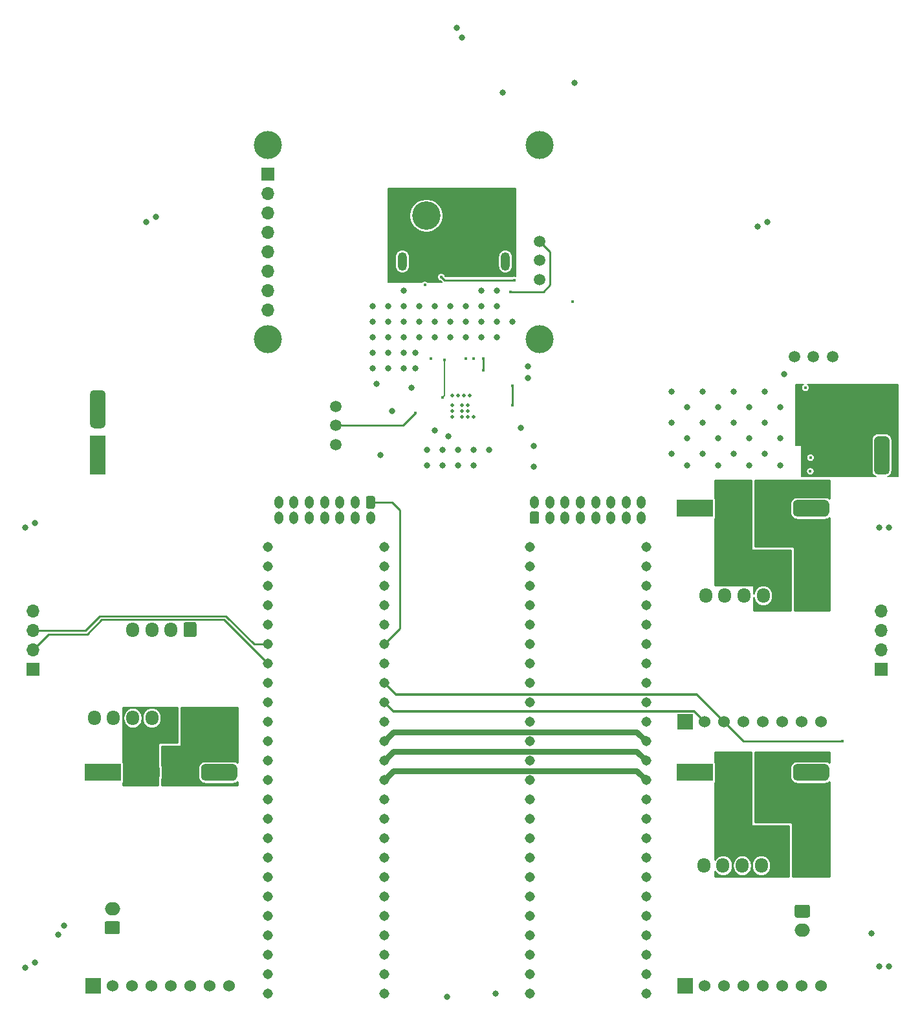
<source format=gbl>
G04 #@! TF.GenerationSoftware,KiCad,Pcbnew,(5.1.12)-1*
G04 #@! TF.CreationDate,2022-02-11T11:39:20+01:00*
G04 #@! TF.ProjectId,Main_Board,4d61696e-5f42-46f6-9172-642e6b696361,rev?*
G04 #@! TF.SameCoordinates,Original*
G04 #@! TF.FileFunction,Copper,L4,Bot*
G04 #@! TF.FilePolarity,Positive*
%FSLAX46Y46*%
G04 Gerber Fmt 4.6, Leading zero omitted, Abs format (unit mm)*
G04 Created by KiCad (PCBNEW (5.1.12)-1) date 2022-02-11 11:39:20*
%MOMM*%
%LPD*%
G01*
G04 APERTURE LIST*
G04 #@! TA.AperFunction,ComponentPad*
%ADD10C,0.500000*%
G04 #@! TD*
G04 #@! TA.AperFunction,ComponentPad*
%ADD11R,2.200000X2.200000*%
G04 #@! TD*
G04 #@! TA.AperFunction,ComponentPad*
%ADD12C,1.524000*%
G04 #@! TD*
G04 #@! TA.AperFunction,ComponentPad*
%ADD13R,2.000000X2.000000*%
G04 #@! TD*
G04 #@! TA.AperFunction,SMDPad,CuDef*
%ADD14R,1.500000X2.200000*%
G04 #@! TD*
G04 #@! TA.AperFunction,ComponentPad*
%ADD15C,1.308000*%
G04 #@! TD*
G04 #@! TA.AperFunction,ComponentPad*
%ADD16O,1.200000X1.650000*%
G04 #@! TD*
G04 #@! TA.AperFunction,ComponentPad*
%ADD17C,3.660000*%
G04 #@! TD*
G04 #@! TA.AperFunction,ComponentPad*
%ADD18O,1.700000X1.700000*%
G04 #@! TD*
G04 #@! TA.AperFunction,ComponentPad*
%ADD19R,1.700000X1.700000*%
G04 #@! TD*
G04 #@! TA.AperFunction,SMDPad,CuDef*
%ADD20R,2.000000X2.500000*%
G04 #@! TD*
G04 #@! TA.AperFunction,SMDPad,CuDef*
%ADD21R,2.000000X2.000000*%
G04 #@! TD*
G04 #@! TA.AperFunction,ComponentPad*
%ADD22O,1.700000X1.950000*%
G04 #@! TD*
G04 #@! TA.AperFunction,ComponentPad*
%ADD23O,2.000000X1.700000*%
G04 #@! TD*
G04 #@! TA.AperFunction,ComponentPad*
%ADD24C,1.500000*%
G04 #@! TD*
G04 #@! TA.AperFunction,ComponentPad*
%ADD25O,1.200000X2.400000*%
G04 #@! TD*
G04 #@! TA.AperFunction,ComponentPad*
%ADD26R,3.716000X3.716000*%
G04 #@! TD*
G04 #@! TA.AperFunction,ComponentPad*
%ADD27C,3.716000*%
G04 #@! TD*
G04 #@! TA.AperFunction,ViaPad*
%ADD28C,0.800000*%
G04 #@! TD*
G04 #@! TA.AperFunction,ViaPad*
%ADD29C,0.400000*%
G04 #@! TD*
G04 #@! TA.AperFunction,Conductor*
%ADD30C,0.500000*%
G04 #@! TD*
G04 #@! TA.AperFunction,Conductor*
%ADD31C,0.250000*%
G04 #@! TD*
G04 #@! TA.AperFunction,Conductor*
%ADD32C,0.127000*%
G04 #@! TD*
G04 #@! TA.AperFunction,Conductor*
%ADD33C,0.750000*%
G04 #@! TD*
G04 #@! TA.AperFunction,Conductor*
%ADD34C,0.300000*%
G04 #@! TD*
G04 #@! TA.AperFunction,Conductor*
%ADD35C,0.100000*%
G04 #@! TD*
G04 #@! TA.AperFunction,Conductor*
%ADD36C,0.254000*%
G04 #@! TD*
G04 APERTURE END LIST*
D10*
X148592000Y-71643000D03*
X149354000Y-71643000D03*
X150116000Y-71643000D03*
X150878000Y-71643000D03*
X148592000Y-72913000D03*
X148592000Y-73675000D03*
X148592000Y-74437000D03*
X149862000Y-72913000D03*
X150624000Y-72913000D03*
X150624000Y-73675000D03*
X149862000Y-73675000D03*
X149862000Y-74437000D03*
X150624000Y-74437000D03*
X151386000Y-74437000D03*
G04 #@! TA.AperFunction,ComponentPad*
G36*
G01*
X196300000Y-119804000D02*
X197400000Y-119804000D01*
G75*
G02*
X197950000Y-120354000I0J-550000D01*
G01*
X197950000Y-121454000D01*
G75*
G02*
X197400000Y-122004000I-550000J0D01*
G01*
X196300000Y-122004000D01*
G75*
G02*
X195750000Y-121454000I0J550000D01*
G01*
X195750000Y-120354000D01*
G75*
G02*
X196300000Y-119804000I550000J0D01*
G01*
G37*
G04 #@! TD.AperFunction*
G04 #@! TA.AperFunction,ComponentPad*
G36*
G01*
X193760000Y-119804000D02*
X194860000Y-119804000D01*
G75*
G02*
X195410000Y-120354000I0J-550000D01*
G01*
X195410000Y-121454000D01*
G75*
G02*
X194860000Y-122004000I-550000J0D01*
G01*
X193760000Y-122004000D01*
G75*
G02*
X193210000Y-121454000I0J550000D01*
G01*
X193210000Y-120354000D01*
G75*
G02*
X193760000Y-119804000I550000J0D01*
G01*
G37*
G04 #@! TD.AperFunction*
G04 #@! TA.AperFunction,ComponentPad*
G36*
G01*
X191220000Y-119804000D02*
X192320000Y-119804000D01*
G75*
G02*
X192870000Y-120354000I0J-550000D01*
G01*
X192870000Y-121454000D01*
G75*
G02*
X192320000Y-122004000I-550000J0D01*
G01*
X191220000Y-122004000D01*
G75*
G02*
X190670000Y-121454000I0J550000D01*
G01*
X190670000Y-120354000D01*
G75*
G02*
X191220000Y-119804000I550000J0D01*
G01*
G37*
G04 #@! TD.AperFunction*
G04 #@! TA.AperFunction,ComponentPad*
G36*
G01*
X188680000Y-119804000D02*
X189780000Y-119804000D01*
G75*
G02*
X190330000Y-120354000I0J-550000D01*
G01*
X190330000Y-121454000D01*
G75*
G02*
X189780000Y-122004000I-550000J0D01*
G01*
X188680000Y-122004000D01*
G75*
G02*
X188130000Y-121454000I0J550000D01*
G01*
X188130000Y-120354000D01*
G75*
G02*
X188680000Y-119804000I550000J0D01*
G01*
G37*
G04 #@! TD.AperFunction*
G04 #@! TA.AperFunction,ComponentPad*
G36*
G01*
X186140000Y-119804000D02*
X187240000Y-119804000D01*
G75*
G02*
X187790000Y-120354000I0J-550000D01*
G01*
X187790000Y-121454000D01*
G75*
G02*
X187240000Y-122004000I-550000J0D01*
G01*
X186140000Y-122004000D01*
G75*
G02*
X185590000Y-121454000I0J550000D01*
G01*
X185590000Y-120354000D01*
G75*
G02*
X186140000Y-119804000I550000J0D01*
G01*
G37*
G04 #@! TD.AperFunction*
G04 #@! TA.AperFunction,ComponentPad*
G36*
G01*
X183600000Y-119804000D02*
X184700000Y-119804000D01*
G75*
G02*
X185250000Y-120354000I0J-550000D01*
G01*
X185250000Y-121454000D01*
G75*
G02*
X184700000Y-122004000I-550000J0D01*
G01*
X183600000Y-122004000D01*
G75*
G02*
X183050000Y-121454000I0J550000D01*
G01*
X183050000Y-120354000D01*
G75*
G02*
X183600000Y-119804000I550000J0D01*
G01*
G37*
G04 #@! TD.AperFunction*
D11*
X181610000Y-120904000D03*
X179070000Y-120904000D03*
D12*
X196850000Y-148844000D03*
X194310000Y-148844000D03*
X191770000Y-148844000D03*
X189230000Y-148844000D03*
X186690000Y-148844000D03*
X184150000Y-148844000D03*
X181610000Y-148844000D03*
D13*
X179070000Y-148844000D03*
D14*
X190500000Y-120904000D03*
X180340000Y-120904000D03*
X195580000Y-120904000D03*
X185420000Y-120904000D03*
D15*
X139700000Y-149860000D03*
X139700000Y-147320000D03*
X124460000Y-114300000D03*
X139700000Y-144780000D03*
X139700000Y-142240000D03*
X139700000Y-139700000D03*
X139700000Y-137160000D03*
X139700000Y-134620000D03*
X139700000Y-132080000D03*
X139700000Y-129540000D03*
X139700000Y-127000000D03*
X139700000Y-124460000D03*
X139700000Y-121920000D03*
X139700000Y-119380000D03*
X139700000Y-116840000D03*
X139700000Y-114300000D03*
X124460000Y-116840000D03*
X124460000Y-119380000D03*
X124460000Y-121920000D03*
X124460000Y-124460000D03*
X124460000Y-127000000D03*
X124460000Y-129540000D03*
X124460000Y-132080000D03*
X124460000Y-134620000D03*
X124460000Y-137160000D03*
X124460000Y-139700000D03*
X124460000Y-142240000D03*
X124460000Y-144780000D03*
X124460000Y-147320000D03*
X124460000Y-149860000D03*
X139700000Y-111760000D03*
X139700000Y-109220000D03*
X139700000Y-106680000D03*
X139700000Y-104140000D03*
X139700000Y-101600000D03*
X139700000Y-99060000D03*
X139700000Y-96520000D03*
X139700000Y-93980000D03*
X139700000Y-91440000D03*
X124460000Y-91440000D03*
X124460000Y-93980000D03*
X124460000Y-96520000D03*
X124460000Y-99060000D03*
X124460000Y-101600000D03*
X124460000Y-104140000D03*
X124460000Y-106680000D03*
X124460000Y-109220000D03*
X124460000Y-111760000D03*
G04 #@! TA.AperFunction,ComponentPad*
G36*
G01*
X158786000Y-88173001D02*
X158786000Y-87022999D01*
G75*
G02*
X159035999Y-86773000I249999J0D01*
G01*
X159736001Y-86773000D01*
G75*
G02*
X159986000Y-87022999I0J-249999D01*
G01*
X159986000Y-88173001D01*
G75*
G02*
X159736001Y-88423000I-249999J0D01*
G01*
X159035999Y-88423000D01*
G75*
G02*
X158786000Y-88173001I0J249999D01*
G01*
G37*
G04 #@! TD.AperFunction*
D16*
X161386000Y-87598000D03*
X163386000Y-87598000D03*
X165386000Y-87598000D03*
X167386000Y-87598000D03*
X169386000Y-87598000D03*
X171386000Y-87598000D03*
X173386000Y-87598000D03*
X159386000Y-85598000D03*
X161386000Y-85598000D03*
X163386000Y-85598000D03*
X165386000Y-85598000D03*
X167386000Y-85598000D03*
X169386000Y-85598000D03*
X171386000Y-85598000D03*
X173386000Y-85598000D03*
D15*
X158750000Y-111760000D03*
X158750000Y-109220000D03*
X158750000Y-106680000D03*
X158750000Y-104140000D03*
X158750000Y-101600000D03*
X158750000Y-99060000D03*
X158750000Y-96520000D03*
X158750000Y-93980000D03*
X158750000Y-91440000D03*
X173990000Y-91440000D03*
X173990000Y-93980000D03*
X173990000Y-96520000D03*
X173990000Y-99060000D03*
X173990000Y-101600000D03*
X173990000Y-104140000D03*
X173990000Y-106680000D03*
X173990000Y-109220000D03*
X173990000Y-111760000D03*
X158750000Y-149860000D03*
X158750000Y-147320000D03*
X158750000Y-144780000D03*
X158750000Y-142240000D03*
X158750000Y-139700000D03*
X158750000Y-137160000D03*
X158750000Y-134620000D03*
X158750000Y-132080000D03*
X158750000Y-129540000D03*
X158750000Y-127000000D03*
X158750000Y-124460000D03*
X158750000Y-121920000D03*
X158750000Y-119380000D03*
X158750000Y-116840000D03*
X173990000Y-114300000D03*
X173990000Y-116840000D03*
X173990000Y-119380000D03*
X173990000Y-121920000D03*
X173990000Y-124460000D03*
X173990000Y-127000000D03*
X173990000Y-129540000D03*
X173990000Y-132080000D03*
X173990000Y-134620000D03*
X173990000Y-137160000D03*
X173990000Y-139700000D03*
X173990000Y-142240000D03*
X173990000Y-144780000D03*
X158750000Y-114300000D03*
X173990000Y-147320000D03*
X173990000Y-149860000D03*
D17*
X160020000Y-64262000D03*
X124460000Y-38862000D03*
X124460000Y-64262000D03*
D18*
X124460000Y-60452000D03*
X124460000Y-57912000D03*
X124460000Y-55372000D03*
X124460000Y-52832000D03*
X124460000Y-50292000D03*
X124460000Y-47752000D03*
X124460000Y-45212000D03*
D19*
X124460000Y-42672000D03*
D17*
X160020000Y-38862000D03*
D13*
X102235000Y-80900000D03*
X102235000Y-77900000D03*
G04 #@! TA.AperFunction,ComponentPad*
G36*
G01*
X101735000Y-73900000D02*
X102735000Y-73900000D01*
G75*
G02*
X103235000Y-74400000I0J-500000D01*
G01*
X103235000Y-75400000D01*
G75*
G02*
X102735000Y-75900000I-500000J0D01*
G01*
X101735000Y-75900000D01*
G75*
G02*
X101235000Y-75400000I0J500000D01*
G01*
X101235000Y-74400000D01*
G75*
G02*
X101735000Y-73900000I500000J0D01*
G01*
G37*
G04 #@! TD.AperFunction*
G04 #@! TA.AperFunction,ComponentPad*
G36*
G01*
X101735000Y-70900000D02*
X102735000Y-70900000D01*
G75*
G02*
X103235000Y-71400000I0J-500000D01*
G01*
X103235000Y-72400000D01*
G75*
G02*
X102735000Y-72900000I-500000J0D01*
G01*
X101735000Y-72900000D01*
G75*
G02*
X101235000Y-72400000I0J500000D01*
G01*
X101235000Y-71400000D01*
G75*
G02*
X101735000Y-70900000I500000J0D01*
G01*
G37*
G04 #@! TD.AperFunction*
D20*
X102235000Y-73280000D03*
D21*
X102235000Y-79376000D03*
X204851000Y-73482200D03*
D20*
X204851000Y-79578200D03*
G04 #@! TA.AperFunction,ComponentPad*
G36*
G01*
X205351000Y-81958200D02*
X204351000Y-81958200D01*
G75*
G02*
X203851000Y-81458200I0J500000D01*
G01*
X203851000Y-80458200D01*
G75*
G02*
X204351000Y-79958200I500000J0D01*
G01*
X205351000Y-79958200D01*
G75*
G02*
X205851000Y-80458200I0J-500000D01*
G01*
X205851000Y-81458200D01*
G75*
G02*
X205351000Y-81958200I-500000J0D01*
G01*
G37*
G04 #@! TD.AperFunction*
G04 #@! TA.AperFunction,ComponentPad*
G36*
G01*
X205351000Y-78958200D02*
X204351000Y-78958200D01*
G75*
G02*
X203851000Y-78458200I0J500000D01*
G01*
X203851000Y-77458200D01*
G75*
G02*
X204351000Y-76958200I500000J0D01*
G01*
X205351000Y-76958200D01*
G75*
G02*
X205851000Y-77458200I0J-500000D01*
G01*
X205851000Y-78458200D01*
G75*
G02*
X205351000Y-78958200I-500000J0D01*
G01*
G37*
G04 #@! TD.AperFunction*
D13*
X204851000Y-74958200D03*
X204851000Y-71958200D03*
G04 #@! TA.AperFunction,ComponentPad*
G36*
G01*
X138522000Y-85022999D02*
X138522000Y-86173001D01*
G75*
G02*
X138272001Y-86423000I-249999J0D01*
G01*
X137571999Y-86423000D01*
G75*
G02*
X137322000Y-86173001I0J249999D01*
G01*
X137322000Y-85022999D01*
G75*
G02*
X137571999Y-84773000I249999J0D01*
G01*
X138272001Y-84773000D01*
G75*
G02*
X138522000Y-85022999I0J-249999D01*
G01*
G37*
G04 #@! TD.AperFunction*
D16*
X135922000Y-85598000D03*
X133922000Y-85598000D03*
X131922000Y-85598000D03*
X129922000Y-85598000D03*
X127922000Y-85598000D03*
X125922000Y-85598000D03*
X137922000Y-87598000D03*
X135922000Y-87598000D03*
X133922000Y-87598000D03*
X131922000Y-87598000D03*
X129922000Y-87598000D03*
X127922000Y-87598000D03*
X125922000Y-87598000D03*
D13*
X179070000Y-114300000D03*
D12*
X181610000Y-114300000D03*
X184150000Y-114300000D03*
X186690000Y-114300000D03*
X189230000Y-114300000D03*
X191770000Y-114300000D03*
X194310000Y-114300000D03*
X196850000Y-114300000D03*
D11*
X179070000Y-86360000D03*
X181610000Y-86360000D03*
G04 #@! TA.AperFunction,ComponentPad*
G36*
G01*
X183600000Y-85260000D02*
X184700000Y-85260000D01*
G75*
G02*
X185250000Y-85810000I0J-550000D01*
G01*
X185250000Y-86910000D01*
G75*
G02*
X184700000Y-87460000I-550000J0D01*
G01*
X183600000Y-87460000D01*
G75*
G02*
X183050000Y-86910000I0J550000D01*
G01*
X183050000Y-85810000D01*
G75*
G02*
X183600000Y-85260000I550000J0D01*
G01*
G37*
G04 #@! TD.AperFunction*
G04 #@! TA.AperFunction,ComponentPad*
G36*
G01*
X186140000Y-85260000D02*
X187240000Y-85260000D01*
G75*
G02*
X187790000Y-85810000I0J-550000D01*
G01*
X187790000Y-86910000D01*
G75*
G02*
X187240000Y-87460000I-550000J0D01*
G01*
X186140000Y-87460000D01*
G75*
G02*
X185590000Y-86910000I0J550000D01*
G01*
X185590000Y-85810000D01*
G75*
G02*
X186140000Y-85260000I550000J0D01*
G01*
G37*
G04 #@! TD.AperFunction*
G04 #@! TA.AperFunction,ComponentPad*
G36*
G01*
X188680000Y-85260000D02*
X189780000Y-85260000D01*
G75*
G02*
X190330000Y-85810000I0J-550000D01*
G01*
X190330000Y-86910000D01*
G75*
G02*
X189780000Y-87460000I-550000J0D01*
G01*
X188680000Y-87460000D01*
G75*
G02*
X188130000Y-86910000I0J550000D01*
G01*
X188130000Y-85810000D01*
G75*
G02*
X188680000Y-85260000I550000J0D01*
G01*
G37*
G04 #@! TD.AperFunction*
G04 #@! TA.AperFunction,ComponentPad*
G36*
G01*
X191220000Y-85260000D02*
X192320000Y-85260000D01*
G75*
G02*
X192870000Y-85810000I0J-550000D01*
G01*
X192870000Y-86910000D01*
G75*
G02*
X192320000Y-87460000I-550000J0D01*
G01*
X191220000Y-87460000D01*
G75*
G02*
X190670000Y-86910000I0J550000D01*
G01*
X190670000Y-85810000D01*
G75*
G02*
X191220000Y-85260000I550000J0D01*
G01*
G37*
G04 #@! TD.AperFunction*
G04 #@! TA.AperFunction,ComponentPad*
G36*
G01*
X193760000Y-85260000D02*
X194860000Y-85260000D01*
G75*
G02*
X195410000Y-85810000I0J-550000D01*
G01*
X195410000Y-86910000D01*
G75*
G02*
X194860000Y-87460000I-550000J0D01*
G01*
X193760000Y-87460000D01*
G75*
G02*
X193210000Y-86910000I0J550000D01*
G01*
X193210000Y-85810000D01*
G75*
G02*
X193760000Y-85260000I550000J0D01*
G01*
G37*
G04 #@! TD.AperFunction*
G04 #@! TA.AperFunction,ComponentPad*
G36*
G01*
X196300000Y-85260000D02*
X197400000Y-85260000D01*
G75*
G02*
X197950000Y-85810000I0J-550000D01*
G01*
X197950000Y-86910000D01*
G75*
G02*
X197400000Y-87460000I-550000J0D01*
G01*
X196300000Y-87460000D01*
G75*
G02*
X195750000Y-86910000I0J550000D01*
G01*
X195750000Y-85810000D01*
G75*
G02*
X196300000Y-85260000I550000J0D01*
G01*
G37*
G04 #@! TD.AperFunction*
D14*
X190500000Y-86360000D03*
X180340000Y-86360000D03*
X195580000Y-86360000D03*
X185420000Y-86360000D03*
D13*
X101600000Y-148844000D03*
D12*
X104140000Y-148844000D03*
X106680000Y-148844000D03*
X109220000Y-148844000D03*
X111760000Y-148844000D03*
X114300000Y-148844000D03*
X116840000Y-148844000D03*
X119380000Y-148844000D03*
D11*
X101600000Y-120904000D03*
X104140000Y-120904000D03*
G04 #@! TA.AperFunction,ComponentPad*
G36*
G01*
X106130000Y-119804000D02*
X107230000Y-119804000D01*
G75*
G02*
X107780000Y-120354000I0J-550000D01*
G01*
X107780000Y-121454000D01*
G75*
G02*
X107230000Y-122004000I-550000J0D01*
G01*
X106130000Y-122004000D01*
G75*
G02*
X105580000Y-121454000I0J550000D01*
G01*
X105580000Y-120354000D01*
G75*
G02*
X106130000Y-119804000I550000J0D01*
G01*
G37*
G04 #@! TD.AperFunction*
G04 #@! TA.AperFunction,ComponentPad*
G36*
G01*
X108670000Y-119804000D02*
X109770000Y-119804000D01*
G75*
G02*
X110320000Y-120354000I0J-550000D01*
G01*
X110320000Y-121454000D01*
G75*
G02*
X109770000Y-122004000I-550000J0D01*
G01*
X108670000Y-122004000D01*
G75*
G02*
X108120000Y-121454000I0J550000D01*
G01*
X108120000Y-120354000D01*
G75*
G02*
X108670000Y-119804000I550000J0D01*
G01*
G37*
G04 #@! TD.AperFunction*
G04 #@! TA.AperFunction,ComponentPad*
G36*
G01*
X111210000Y-119804000D02*
X112310000Y-119804000D01*
G75*
G02*
X112860000Y-120354000I0J-550000D01*
G01*
X112860000Y-121454000D01*
G75*
G02*
X112310000Y-122004000I-550000J0D01*
G01*
X111210000Y-122004000D01*
G75*
G02*
X110660000Y-121454000I0J550000D01*
G01*
X110660000Y-120354000D01*
G75*
G02*
X111210000Y-119804000I550000J0D01*
G01*
G37*
G04 #@! TD.AperFunction*
G04 #@! TA.AperFunction,ComponentPad*
G36*
G01*
X113750000Y-119804000D02*
X114850000Y-119804000D01*
G75*
G02*
X115400000Y-120354000I0J-550000D01*
G01*
X115400000Y-121454000D01*
G75*
G02*
X114850000Y-122004000I-550000J0D01*
G01*
X113750000Y-122004000D01*
G75*
G02*
X113200000Y-121454000I0J550000D01*
G01*
X113200000Y-120354000D01*
G75*
G02*
X113750000Y-119804000I550000J0D01*
G01*
G37*
G04 #@! TD.AperFunction*
G04 #@! TA.AperFunction,ComponentPad*
G36*
G01*
X116290000Y-119804000D02*
X117390000Y-119804000D01*
G75*
G02*
X117940000Y-120354000I0J-550000D01*
G01*
X117940000Y-121454000D01*
G75*
G02*
X117390000Y-122004000I-550000J0D01*
G01*
X116290000Y-122004000D01*
G75*
G02*
X115740000Y-121454000I0J550000D01*
G01*
X115740000Y-120354000D01*
G75*
G02*
X116290000Y-119804000I550000J0D01*
G01*
G37*
G04 #@! TD.AperFunction*
G04 #@! TA.AperFunction,ComponentPad*
G36*
G01*
X118830000Y-119804000D02*
X119930000Y-119804000D01*
G75*
G02*
X120480000Y-120354000I0J-550000D01*
G01*
X120480000Y-121454000D01*
G75*
G02*
X119930000Y-122004000I-550000J0D01*
G01*
X118830000Y-122004000D01*
G75*
G02*
X118280000Y-121454000I0J550000D01*
G01*
X118280000Y-120354000D01*
G75*
G02*
X118830000Y-119804000I550000J0D01*
G01*
G37*
G04 #@! TD.AperFunction*
D14*
X113030000Y-120904000D03*
X102870000Y-120904000D03*
X118110000Y-120904000D03*
X107950000Y-120904000D03*
G04 #@! TA.AperFunction,ComponentPad*
G36*
G01*
X194906000Y-132371000D02*
X194906000Y-133821000D01*
G75*
G02*
X194656000Y-134071000I-250000J0D01*
G01*
X193456000Y-134071000D01*
G75*
G02*
X193206000Y-133821000I0J250000D01*
G01*
X193206000Y-132371000D01*
G75*
G02*
X193456000Y-132121000I250000J0D01*
G01*
X194656000Y-132121000D01*
G75*
G02*
X194906000Y-132371000I0J-250000D01*
G01*
G37*
G04 #@! TD.AperFunction*
D22*
X191556000Y-133096000D03*
X189056000Y-133096000D03*
X186556000Y-133096000D03*
X184056000Y-133096000D03*
X181556000Y-133096000D03*
G04 #@! TA.AperFunction,ComponentPad*
G36*
G01*
X115150000Y-113067000D02*
X115150000Y-114517000D01*
G75*
G02*
X114900000Y-114767000I-250000J0D01*
G01*
X113700000Y-114767000D01*
G75*
G02*
X113450000Y-114517000I0J250000D01*
G01*
X113450000Y-113067000D01*
G75*
G02*
X113700000Y-112817000I250000J0D01*
G01*
X114900000Y-112817000D01*
G75*
G02*
X115150000Y-113067000I0J-250000D01*
G01*
G37*
G04 #@! TD.AperFunction*
X111800000Y-113792000D03*
X109300000Y-113792000D03*
X106800000Y-113792000D03*
X104300000Y-113792000D03*
X101800000Y-113792000D03*
X181810000Y-97790000D03*
X184310000Y-97790000D03*
X186810000Y-97790000D03*
X189310000Y-97790000D03*
X191810000Y-97790000D03*
G04 #@! TA.AperFunction,ComponentPad*
G36*
G01*
X195160000Y-97065000D02*
X195160000Y-98515000D01*
G75*
G02*
X194910000Y-98765000I-250000J0D01*
G01*
X193710000Y-98765000D01*
G75*
G02*
X193460000Y-98515000I0J250000D01*
G01*
X193460000Y-97065000D01*
G75*
G02*
X193710000Y-96815000I250000J0D01*
G01*
X194910000Y-96815000D01*
G75*
G02*
X195160000Y-97065000I0J-250000D01*
G01*
G37*
G04 #@! TD.AperFunction*
G04 #@! TA.AperFunction,ComponentPad*
G36*
G01*
X115150000Y-101510000D02*
X115150000Y-102960000D01*
G75*
G02*
X114900000Y-103210000I-250000J0D01*
G01*
X113700000Y-103210000D01*
G75*
G02*
X113450000Y-102960000I0J250000D01*
G01*
X113450000Y-101510000D01*
G75*
G02*
X113700000Y-101260000I250000J0D01*
G01*
X114900000Y-101260000D01*
G75*
G02*
X115150000Y-101510000I0J-250000D01*
G01*
G37*
G04 #@! TD.AperFunction*
X111800000Y-102235000D03*
X109300000Y-102235000D03*
X106800000Y-102235000D03*
D18*
X93726000Y-99822000D03*
X93726000Y-102362000D03*
X93726000Y-104902000D03*
D19*
X93726000Y-107442000D03*
X204724000Y-107442000D03*
D18*
X204724000Y-104902000D03*
X204724000Y-102362000D03*
X204724000Y-99822000D03*
D23*
X194437000Y-141565000D03*
G04 #@! TA.AperFunction,ComponentPad*
G36*
G01*
X193687000Y-138215000D02*
X195187000Y-138215000D01*
G75*
G02*
X195437000Y-138465000I0J-250000D01*
G01*
X195437000Y-139665000D01*
G75*
G02*
X195187000Y-139915000I-250000J0D01*
G01*
X193687000Y-139915000D01*
G75*
G02*
X193437000Y-139665000I0J250000D01*
G01*
X193437000Y-138465000D01*
G75*
G02*
X193687000Y-138215000I250000J0D01*
G01*
G37*
G04 #@! TD.AperFunction*
G04 #@! TA.AperFunction,ComponentPad*
G36*
G01*
X104890000Y-142074000D02*
X103390000Y-142074000D01*
G75*
G02*
X103140000Y-141824000I0J250000D01*
G01*
X103140000Y-140624000D01*
G75*
G02*
X103390000Y-140374000I250000J0D01*
G01*
X104890000Y-140374000D01*
G75*
G02*
X105140000Y-140624000I0J-250000D01*
G01*
X105140000Y-141824000D01*
G75*
G02*
X104890000Y-142074000I-250000J0D01*
G01*
G37*
G04 #@! TD.AperFunction*
X104140000Y-138724000D03*
D24*
X193374000Y-66548000D03*
X195874000Y-66548000D03*
X198374000Y-66548000D03*
X133350000Y-73025000D03*
X133350000Y-75525000D03*
X133350000Y-78025000D03*
X160020000Y-51435000D03*
X160020000Y-53935000D03*
X160020000Y-56435000D03*
D25*
X155594000Y-54102000D03*
X142094000Y-54102000D03*
D26*
X152444000Y-48102000D03*
D27*
X145244000Y-48102000D03*
D28*
X142240000Y-57912000D03*
X142240000Y-59944000D03*
X142240000Y-61976000D03*
X142240000Y-64008000D03*
X144272000Y-64008000D03*
X146304000Y-64008000D03*
X148336000Y-64008000D03*
X150368000Y-64008000D03*
X152400000Y-64008000D03*
X154432000Y-64008000D03*
X154432000Y-61976000D03*
X154432000Y-59944000D03*
X152400000Y-59944000D03*
X152400000Y-61976000D03*
X150368000Y-61976000D03*
X150368000Y-59944000D03*
X148336000Y-59944000D03*
X148336000Y-61976000D03*
X146304000Y-61976000D03*
X146304000Y-59944000D03*
X144272000Y-59944000D03*
X144272000Y-61976000D03*
X154432000Y-57912000D03*
X152400000Y-57912000D03*
X156464000Y-61976000D03*
X140208000Y-64008000D03*
X140208000Y-61976000D03*
X140208000Y-59944000D03*
X138176000Y-59944000D03*
X138176000Y-61976000D03*
X138176000Y-64008000D03*
X138176000Y-66040000D03*
X138176000Y-68072000D03*
X140208000Y-66040000D03*
X142240000Y-66040000D03*
X143764000Y-66040000D03*
X143764000Y-68072000D03*
X142240000Y-68072000D03*
X140208000Y-68072000D03*
X146308653Y-76204653D03*
X97082892Y-142167892D03*
X143256000Y-70612000D03*
X138684000Y-70104000D03*
X140716000Y-73660000D03*
X148082000Y-76962000D03*
D29*
X145796000Y-66802000D03*
X150368000Y-66802000D03*
X151384000Y-66802000D03*
X164338000Y-59309000D03*
X145034000Y-57150000D03*
D28*
X155194000Y-32004000D03*
X149225000Y-23495000D03*
X108585000Y-48895000D03*
X92710000Y-88900000D03*
X92710000Y-146431000D03*
X205740000Y-146304000D03*
X205740000Y-88900000D03*
X189865000Y-48895000D03*
X154305000Y-149860000D03*
X192024000Y-68834000D03*
X157607000Y-75819000D03*
X159258000Y-80899000D03*
X158496000Y-69342000D03*
X158496000Y-67818000D03*
X139192000Y-79375000D03*
X159258000Y-78232000D03*
X149860000Y-24765000D03*
X109855000Y-48260000D03*
X93980000Y-88265000D03*
X93980000Y-145796000D03*
X204470000Y-146304000D03*
X204470000Y-88900000D03*
X188595000Y-49530000D03*
X145288000Y-78740000D03*
X147320000Y-78740000D03*
X149352000Y-78740000D03*
X151384000Y-78740000D03*
X153416000Y-78740000D03*
X145288000Y-80772000D03*
X147320000Y-80772000D03*
X149352000Y-80772000D03*
X151384000Y-80772000D03*
X97790000Y-140970000D03*
D29*
X152654000Y-66802000D03*
X152654000Y-68326000D03*
X156464000Y-70358000D03*
X156464000Y-72898000D03*
D28*
X164592000Y-30734000D03*
X147955000Y-150241000D03*
X203454000Y-141986000D03*
D29*
X147193000Y-56134000D03*
X156718000Y-56515000D03*
X151003000Y-55880000D03*
X150495000Y-55880000D03*
X149987000Y-55880000D03*
X149479000Y-55880000D03*
X149479000Y-55372000D03*
X149987000Y-55372000D03*
X150495000Y-55372000D03*
X151003000Y-55372000D03*
X151003000Y-54864000D03*
X150495000Y-54864000D03*
X149987000Y-54864000D03*
X149479000Y-54864000D03*
D28*
X141224000Y-45212000D03*
X141224000Y-47244000D03*
X141224000Y-49276000D03*
X141224000Y-51308000D03*
X148336000Y-45212000D03*
X148336000Y-47244000D03*
X148336000Y-49276000D03*
X148336000Y-51308000D03*
X144780000Y-51308000D03*
X152400000Y-51308000D03*
X155956000Y-51308000D03*
X155956000Y-49276000D03*
X155956000Y-47244000D03*
X155956000Y-45212000D03*
X152400000Y-53340000D03*
X148336000Y-53340000D03*
X144780000Y-53340000D03*
D29*
X194437000Y-77724000D03*
X193929000Y-77724000D03*
X193929000Y-77216000D03*
X194437000Y-77216000D03*
X194437000Y-76708000D03*
X193929000Y-76708000D03*
X193929000Y-76200000D03*
X194437000Y-76200000D03*
X194945000Y-76200000D03*
X194945000Y-76708000D03*
X194945000Y-77216000D03*
X194945000Y-77724000D03*
D28*
X189484000Y-79248000D03*
X177292000Y-71120000D03*
X181356000Y-71120000D03*
X185420000Y-71120000D03*
X189484000Y-71120000D03*
X177292000Y-75184000D03*
X177292000Y-79248000D03*
X179324000Y-73152000D03*
X179324000Y-77216000D03*
X179324000Y-80772000D03*
X181356000Y-75184000D03*
X181356000Y-79248000D03*
X183388000Y-73152000D03*
X183388000Y-77216000D03*
X183388000Y-80772000D03*
X185420000Y-75184000D03*
X185420000Y-79248000D03*
X187452000Y-77216000D03*
X187452000Y-73152000D03*
X187452000Y-80772000D03*
X189484000Y-75184000D03*
X191516000Y-73152000D03*
X191516000Y-77216000D03*
X191516000Y-80772000D03*
D29*
X156210000Y-58039000D03*
X143789500Y-73914000D03*
X147574000Y-66929000D03*
X147337000Y-71863000D03*
X194843500Y-70612000D03*
X195501500Y-79756000D03*
X195478500Y-81534000D03*
X199644000Y-116840000D03*
D30*
X102235000Y-80900000D02*
X102235000Y-79376000D01*
X102235000Y-77900000D02*
X102235000Y-79376000D01*
X102235000Y-71900000D02*
X102235000Y-73280000D01*
X102235000Y-74900000D02*
X102235000Y-73280000D01*
X204851000Y-80958200D02*
X204851000Y-79578200D01*
X204851000Y-77958200D02*
X204851000Y-79578200D01*
X101600000Y-120904000D02*
X102870000Y-120904000D01*
X104140000Y-120904000D02*
X102870000Y-120904000D01*
D31*
X152654000Y-66802000D02*
X152654000Y-68326000D01*
X156464000Y-70358000D02*
X156464000Y-72898000D01*
X147574000Y-56515000D02*
X156718000Y-56515000D01*
X147193000Y-56134000D02*
X147574000Y-56515000D01*
X137922000Y-85598000D02*
X140716000Y-85598000D01*
X140716000Y-85598000D02*
X141732000Y-86614000D01*
X141732000Y-102108000D02*
X139700000Y-104140000D01*
X141732000Y-86614000D02*
X141732000Y-102108000D01*
X122682000Y-104140000D02*
X124460000Y-104140000D01*
X119026980Y-100484980D02*
X122682000Y-104140000D01*
X102461020Y-100484980D02*
X119026980Y-100484980D01*
X100584000Y-102362000D02*
X102461020Y-100484980D01*
X93726000Y-102362000D02*
X100584000Y-102362000D01*
X118714990Y-100934990D02*
X124460000Y-106680000D01*
X100838000Y-102870000D02*
X102773010Y-100934990D01*
X95758000Y-102870000D02*
X100838000Y-102870000D01*
X102773010Y-100934990D02*
X118714990Y-100934990D01*
X93726000Y-104902000D02*
X95758000Y-102870000D01*
D30*
X204851000Y-74958200D02*
X204851000Y-73482200D01*
X204851000Y-71958200D02*
X204851000Y-73482200D01*
X118110000Y-120904000D02*
X116840000Y-120904000D01*
X118110000Y-120904000D02*
X119380000Y-120904000D01*
D31*
X160528000Y-58039000D02*
X156210000Y-58039000D01*
X161417000Y-57150000D02*
X160528000Y-58039000D01*
X161417000Y-52832000D02*
X161417000Y-57150000D01*
X160020000Y-51435000D02*
X161417000Y-52832000D01*
X142178500Y-75525000D02*
X143789500Y-73914000D01*
X133350000Y-75525000D02*
X142178500Y-75525000D01*
D32*
X147574000Y-71626000D02*
X147337000Y-71863000D01*
X147574000Y-66929000D02*
X147574000Y-71626000D01*
D33*
X172760999Y-115610999D02*
X173990000Y-116840000D01*
X140929001Y-115610999D02*
X172760999Y-115610999D01*
X139700000Y-116840000D02*
X140929001Y-115610999D01*
X172760999Y-118150999D02*
X173990000Y-119380000D01*
X140929001Y-118150999D02*
X172760999Y-118150999D01*
X139700000Y-119380000D02*
X140929001Y-118150999D01*
X172760999Y-120690999D02*
X173990000Y-121920000D01*
X140929001Y-120690999D02*
X172760999Y-120690999D01*
X139700000Y-121920000D02*
X140929001Y-120690999D01*
D34*
X141235999Y-110755999D02*
X139700000Y-109220000D01*
X180605999Y-110755999D02*
X141235999Y-110755999D01*
X184150000Y-114300000D02*
X180605999Y-110755999D01*
D31*
X186690000Y-116840000D02*
X184150000Y-114300000D01*
X199644000Y-116840000D02*
X186690000Y-116840000D01*
D34*
X140889999Y-112949999D02*
X139700000Y-111760000D01*
X180259999Y-112949999D02*
X140889999Y-112949999D01*
X181610000Y-114300000D02*
X180259999Y-112949999D01*
D32*
X194513613Y-70210031D02*
X194441531Y-70282113D01*
X194384897Y-70366872D01*
X194345887Y-70461051D01*
X194326000Y-70561031D01*
X194326000Y-70662969D01*
X194345887Y-70762949D01*
X194384897Y-70857128D01*
X194441531Y-70941887D01*
X194513613Y-71013969D01*
X194598372Y-71070603D01*
X194692551Y-71109613D01*
X194792531Y-71129500D01*
X194894469Y-71129500D01*
X194994449Y-71109613D01*
X195088628Y-71070603D01*
X195173387Y-71013969D01*
X195245469Y-70941887D01*
X195302103Y-70857128D01*
X195341113Y-70762949D01*
X195361000Y-70662969D01*
X195361000Y-70561031D01*
X195341113Y-70461051D01*
X195302103Y-70366872D01*
X195245469Y-70282113D01*
X195173387Y-70210031D01*
X195109735Y-70167500D01*
X206946500Y-70167500D01*
X206946500Y-82232500D01*
X205606382Y-82232500D01*
X205664432Y-82214891D01*
X205806032Y-82139204D01*
X205930146Y-82037346D01*
X206032004Y-81913232D01*
X206107691Y-81771632D01*
X206154298Y-81617986D01*
X206170036Y-81458200D01*
X206170036Y-77458200D01*
X206154298Y-77298414D01*
X206107691Y-77144768D01*
X206032004Y-77003168D01*
X205930146Y-76879054D01*
X205806032Y-76777196D01*
X205664432Y-76701509D01*
X205510786Y-76654902D01*
X205351000Y-76639164D01*
X204351000Y-76639164D01*
X204191214Y-76654902D01*
X204037568Y-76701509D01*
X203895968Y-76777196D01*
X203771854Y-76879054D01*
X203669996Y-77003168D01*
X203594309Y-77144768D01*
X203547702Y-77298414D01*
X203531964Y-77458200D01*
X203531964Y-81458200D01*
X203547702Y-81617986D01*
X203594309Y-81771632D01*
X203669996Y-81913232D01*
X203771854Y-82037346D01*
X203895968Y-82139204D01*
X204037568Y-82214891D01*
X204095618Y-82232500D01*
X194373500Y-82232500D01*
X194373500Y-81483031D01*
X194961000Y-81483031D01*
X194961000Y-81584969D01*
X194980887Y-81684949D01*
X195019897Y-81779128D01*
X195076531Y-81863887D01*
X195148613Y-81935969D01*
X195233372Y-81992603D01*
X195327551Y-82031613D01*
X195427531Y-82051500D01*
X195529469Y-82051500D01*
X195629449Y-82031613D01*
X195723628Y-81992603D01*
X195808387Y-81935969D01*
X195880469Y-81863887D01*
X195937103Y-81779128D01*
X195976113Y-81684949D01*
X195996000Y-81584969D01*
X195996000Y-81483031D01*
X195976113Y-81383051D01*
X195937103Y-81288872D01*
X195880469Y-81204113D01*
X195808387Y-81132031D01*
X195723628Y-81075397D01*
X195629449Y-81036387D01*
X195529469Y-81016500D01*
X195427531Y-81016500D01*
X195327551Y-81036387D01*
X195233372Y-81075397D01*
X195148613Y-81132031D01*
X195076531Y-81204113D01*
X195019897Y-81288872D01*
X194980887Y-81383051D01*
X194961000Y-81483031D01*
X194373500Y-81483031D01*
X194373500Y-79705031D01*
X194984000Y-79705031D01*
X194984000Y-79806969D01*
X195003887Y-79906949D01*
X195042897Y-80001128D01*
X195099531Y-80085887D01*
X195171613Y-80157969D01*
X195256372Y-80214603D01*
X195350551Y-80253613D01*
X195450531Y-80273500D01*
X195552469Y-80273500D01*
X195652449Y-80253613D01*
X195746628Y-80214603D01*
X195831387Y-80157969D01*
X195903469Y-80085887D01*
X195960103Y-80001128D01*
X195999113Y-79906949D01*
X196019000Y-79806969D01*
X196019000Y-79705031D01*
X195999113Y-79605051D01*
X195960103Y-79510872D01*
X195903469Y-79426113D01*
X195831387Y-79354031D01*
X195746628Y-79297397D01*
X195652449Y-79258387D01*
X195552469Y-79238500D01*
X195450531Y-79238500D01*
X195350551Y-79258387D01*
X195256372Y-79297397D01*
X195171613Y-79354031D01*
X195099531Y-79426113D01*
X195042897Y-79510872D01*
X195003887Y-79605051D01*
X194984000Y-79705031D01*
X194373500Y-79705031D01*
X194373500Y-78232000D01*
X194372280Y-78219612D01*
X194368666Y-78207700D01*
X194362798Y-78196721D01*
X194354901Y-78187099D01*
X194345279Y-78179202D01*
X194334300Y-78173334D01*
X194322388Y-78169720D01*
X194310000Y-78168500D01*
X193611500Y-78168500D01*
X193611500Y-70167500D01*
X194577265Y-70167500D01*
X194513613Y-70210031D01*
G04 #@! TA.AperFunction,Conductor*
D35*
G36*
X194513613Y-70210031D02*
G01*
X194441531Y-70282113D01*
X194384897Y-70366872D01*
X194345887Y-70461051D01*
X194326000Y-70561031D01*
X194326000Y-70662969D01*
X194345887Y-70762949D01*
X194384897Y-70857128D01*
X194441531Y-70941887D01*
X194513613Y-71013969D01*
X194598372Y-71070603D01*
X194692551Y-71109613D01*
X194792531Y-71129500D01*
X194894469Y-71129500D01*
X194994449Y-71109613D01*
X195088628Y-71070603D01*
X195173387Y-71013969D01*
X195245469Y-70941887D01*
X195302103Y-70857128D01*
X195341113Y-70762949D01*
X195361000Y-70662969D01*
X195361000Y-70561031D01*
X195341113Y-70461051D01*
X195302103Y-70366872D01*
X195245469Y-70282113D01*
X195173387Y-70210031D01*
X195109735Y-70167500D01*
X206946500Y-70167500D01*
X206946500Y-82232500D01*
X205606382Y-82232500D01*
X205664432Y-82214891D01*
X205806032Y-82139204D01*
X205930146Y-82037346D01*
X206032004Y-81913232D01*
X206107691Y-81771632D01*
X206154298Y-81617986D01*
X206170036Y-81458200D01*
X206170036Y-77458200D01*
X206154298Y-77298414D01*
X206107691Y-77144768D01*
X206032004Y-77003168D01*
X205930146Y-76879054D01*
X205806032Y-76777196D01*
X205664432Y-76701509D01*
X205510786Y-76654902D01*
X205351000Y-76639164D01*
X204351000Y-76639164D01*
X204191214Y-76654902D01*
X204037568Y-76701509D01*
X203895968Y-76777196D01*
X203771854Y-76879054D01*
X203669996Y-77003168D01*
X203594309Y-77144768D01*
X203547702Y-77298414D01*
X203531964Y-77458200D01*
X203531964Y-81458200D01*
X203547702Y-81617986D01*
X203594309Y-81771632D01*
X203669996Y-81913232D01*
X203771854Y-82037346D01*
X203895968Y-82139204D01*
X204037568Y-82214891D01*
X204095618Y-82232500D01*
X194373500Y-82232500D01*
X194373500Y-81483031D01*
X194961000Y-81483031D01*
X194961000Y-81584969D01*
X194980887Y-81684949D01*
X195019897Y-81779128D01*
X195076531Y-81863887D01*
X195148613Y-81935969D01*
X195233372Y-81992603D01*
X195327551Y-82031613D01*
X195427531Y-82051500D01*
X195529469Y-82051500D01*
X195629449Y-82031613D01*
X195723628Y-81992603D01*
X195808387Y-81935969D01*
X195880469Y-81863887D01*
X195937103Y-81779128D01*
X195976113Y-81684949D01*
X195996000Y-81584969D01*
X195996000Y-81483031D01*
X195976113Y-81383051D01*
X195937103Y-81288872D01*
X195880469Y-81204113D01*
X195808387Y-81132031D01*
X195723628Y-81075397D01*
X195629449Y-81036387D01*
X195529469Y-81016500D01*
X195427531Y-81016500D01*
X195327551Y-81036387D01*
X195233372Y-81075397D01*
X195148613Y-81132031D01*
X195076531Y-81204113D01*
X195019897Y-81288872D01*
X194980887Y-81383051D01*
X194961000Y-81483031D01*
X194373500Y-81483031D01*
X194373500Y-79705031D01*
X194984000Y-79705031D01*
X194984000Y-79806969D01*
X195003887Y-79906949D01*
X195042897Y-80001128D01*
X195099531Y-80085887D01*
X195171613Y-80157969D01*
X195256372Y-80214603D01*
X195350551Y-80253613D01*
X195450531Y-80273500D01*
X195552469Y-80273500D01*
X195652449Y-80253613D01*
X195746628Y-80214603D01*
X195831387Y-80157969D01*
X195903469Y-80085887D01*
X195960103Y-80001128D01*
X195999113Y-79906949D01*
X196019000Y-79806969D01*
X196019000Y-79705031D01*
X195999113Y-79605051D01*
X195960103Y-79510872D01*
X195903469Y-79426113D01*
X195831387Y-79354031D01*
X195746628Y-79297397D01*
X195652449Y-79258387D01*
X195552469Y-79238500D01*
X195450531Y-79238500D01*
X195350551Y-79258387D01*
X195256372Y-79297397D01*
X195171613Y-79354031D01*
X195099531Y-79426113D01*
X195042897Y-79510872D01*
X195003887Y-79605051D01*
X194984000Y-79705031D01*
X194373500Y-79705031D01*
X194373500Y-78232000D01*
X194372280Y-78219612D01*
X194368666Y-78207700D01*
X194362798Y-78196721D01*
X194354901Y-78187099D01*
X194345279Y-78179202D01*
X194334300Y-78173334D01*
X194322388Y-78169720D01*
X194310000Y-78168500D01*
X193611500Y-78168500D01*
X193611500Y-70167500D01*
X194577265Y-70167500D01*
X194513613Y-70210031D01*
G37*
G04 #@! TD.AperFunction*
D32*
X156908500Y-56033769D02*
X156868949Y-56017387D01*
X156768969Y-55997500D01*
X156667031Y-55997500D01*
X156567051Y-56017387D01*
X156472872Y-56056397D01*
X156448772Y-56072500D01*
X147757289Y-56072500D01*
X147696268Y-56011479D01*
X147690613Y-55983051D01*
X147651603Y-55888872D01*
X147594969Y-55804113D01*
X147522887Y-55732031D01*
X147438128Y-55675397D01*
X147343949Y-55636387D01*
X147243969Y-55616500D01*
X147142031Y-55616500D01*
X147042051Y-55636387D01*
X146947872Y-55675397D01*
X146863113Y-55732031D01*
X146791031Y-55804113D01*
X146734397Y-55888872D01*
X146695387Y-55983051D01*
X146675500Y-56083031D01*
X146675500Y-56184969D01*
X146695387Y-56284949D01*
X146734397Y-56379128D01*
X146791031Y-56463887D01*
X146863113Y-56535969D01*
X146947872Y-56592603D01*
X147042051Y-56631613D01*
X147070479Y-56637268D01*
X147245730Y-56812519D01*
X147259591Y-56829409D01*
X147263357Y-56832500D01*
X145444246Y-56832500D01*
X145435969Y-56820113D01*
X145363887Y-56748031D01*
X145279128Y-56691397D01*
X145184949Y-56652387D01*
X145084969Y-56632500D01*
X144983031Y-56632500D01*
X144883051Y-56652387D01*
X144788872Y-56691397D01*
X144704113Y-56748031D01*
X144632031Y-56820113D01*
X144623754Y-56832500D01*
X140271500Y-56832500D01*
X140271500Y-53456932D01*
X141176500Y-53456932D01*
X141176501Y-54747069D01*
X141189777Y-54881861D01*
X141242240Y-55054811D01*
X141327437Y-55214202D01*
X141442092Y-55353909D01*
X141581799Y-55468564D01*
X141741190Y-55553761D01*
X141914140Y-55606224D01*
X142094000Y-55623939D01*
X142273861Y-55606224D01*
X142446811Y-55553761D01*
X142606202Y-55468564D01*
X142745909Y-55353909D01*
X142860564Y-55214202D01*
X142945761Y-55054811D01*
X142998224Y-54881861D01*
X143011500Y-54747069D01*
X143011500Y-53456932D01*
X154676500Y-53456932D01*
X154676501Y-54747069D01*
X154689777Y-54881861D01*
X154742240Y-55054811D01*
X154827437Y-55214202D01*
X154942092Y-55353909D01*
X155081799Y-55468564D01*
X155241190Y-55553761D01*
X155414140Y-55606224D01*
X155594000Y-55623939D01*
X155773861Y-55606224D01*
X155946811Y-55553761D01*
X156106202Y-55468564D01*
X156245909Y-55353909D01*
X156360564Y-55214202D01*
X156445761Y-55054811D01*
X156498224Y-54881861D01*
X156511500Y-54747069D01*
X156511500Y-53456931D01*
X156498224Y-53322139D01*
X156445761Y-53149189D01*
X156360564Y-52989798D01*
X156245909Y-52850091D01*
X156106201Y-52735436D01*
X155946810Y-52650239D01*
X155773860Y-52597776D01*
X155594000Y-52580061D01*
X155414139Y-52597776D01*
X155241189Y-52650239D01*
X155081798Y-52735436D01*
X154942091Y-52850091D01*
X154827436Y-52989799D01*
X154742239Y-53149190D01*
X154689776Y-53322140D01*
X154676500Y-53456932D01*
X143011500Y-53456932D01*
X143011500Y-53456931D01*
X142998224Y-53322139D01*
X142945761Y-53149189D01*
X142860564Y-52989798D01*
X142745909Y-52850091D01*
X142606201Y-52735436D01*
X142446810Y-52650239D01*
X142273860Y-52597776D01*
X142094000Y-52580061D01*
X141914139Y-52597776D01*
X141741189Y-52650239D01*
X141581798Y-52735436D01*
X141442091Y-52850091D01*
X141327436Y-52989799D01*
X141242239Y-53149190D01*
X141189776Y-53322140D01*
X141176500Y-53456932D01*
X140271500Y-53456932D01*
X140271500Y-47887732D01*
X143068500Y-47887732D01*
X143068500Y-48316268D01*
X143152104Y-48736570D01*
X143316097Y-49132486D01*
X143554179Y-49488800D01*
X143857200Y-49791821D01*
X144213514Y-50029903D01*
X144609430Y-50193896D01*
X145029732Y-50277500D01*
X145458268Y-50277500D01*
X145878570Y-50193896D01*
X146274486Y-50029903D01*
X146630800Y-49791821D01*
X146933821Y-49488800D01*
X147171903Y-49132486D01*
X147335896Y-48736570D01*
X147419500Y-48316268D01*
X147419500Y-47887732D01*
X147335896Y-47467430D01*
X147171903Y-47071514D01*
X146933821Y-46715200D01*
X146630800Y-46412179D01*
X146274486Y-46174097D01*
X145878570Y-46010104D01*
X145458268Y-45926500D01*
X145029732Y-45926500D01*
X144609430Y-46010104D01*
X144213514Y-46174097D01*
X143857200Y-46412179D01*
X143554179Y-46715200D01*
X143316097Y-47071514D01*
X143152104Y-47467430D01*
X143068500Y-47887732D01*
X140271500Y-47887732D01*
X140271500Y-44513500D01*
X156908500Y-44513500D01*
X156908500Y-56033769D01*
G04 #@! TA.AperFunction,Conductor*
D35*
G36*
X156908500Y-56033769D02*
G01*
X156868949Y-56017387D01*
X156768969Y-55997500D01*
X156667031Y-55997500D01*
X156567051Y-56017387D01*
X156472872Y-56056397D01*
X156448772Y-56072500D01*
X147757289Y-56072500D01*
X147696268Y-56011479D01*
X147690613Y-55983051D01*
X147651603Y-55888872D01*
X147594969Y-55804113D01*
X147522887Y-55732031D01*
X147438128Y-55675397D01*
X147343949Y-55636387D01*
X147243969Y-55616500D01*
X147142031Y-55616500D01*
X147042051Y-55636387D01*
X146947872Y-55675397D01*
X146863113Y-55732031D01*
X146791031Y-55804113D01*
X146734397Y-55888872D01*
X146695387Y-55983051D01*
X146675500Y-56083031D01*
X146675500Y-56184969D01*
X146695387Y-56284949D01*
X146734397Y-56379128D01*
X146791031Y-56463887D01*
X146863113Y-56535969D01*
X146947872Y-56592603D01*
X147042051Y-56631613D01*
X147070479Y-56637268D01*
X147245730Y-56812519D01*
X147259591Y-56829409D01*
X147263357Y-56832500D01*
X145444246Y-56832500D01*
X145435969Y-56820113D01*
X145363887Y-56748031D01*
X145279128Y-56691397D01*
X145184949Y-56652387D01*
X145084969Y-56632500D01*
X144983031Y-56632500D01*
X144883051Y-56652387D01*
X144788872Y-56691397D01*
X144704113Y-56748031D01*
X144632031Y-56820113D01*
X144623754Y-56832500D01*
X140271500Y-56832500D01*
X140271500Y-53456932D01*
X141176500Y-53456932D01*
X141176501Y-54747069D01*
X141189777Y-54881861D01*
X141242240Y-55054811D01*
X141327437Y-55214202D01*
X141442092Y-55353909D01*
X141581799Y-55468564D01*
X141741190Y-55553761D01*
X141914140Y-55606224D01*
X142094000Y-55623939D01*
X142273861Y-55606224D01*
X142446811Y-55553761D01*
X142606202Y-55468564D01*
X142745909Y-55353909D01*
X142860564Y-55214202D01*
X142945761Y-55054811D01*
X142998224Y-54881861D01*
X143011500Y-54747069D01*
X143011500Y-53456932D01*
X154676500Y-53456932D01*
X154676501Y-54747069D01*
X154689777Y-54881861D01*
X154742240Y-55054811D01*
X154827437Y-55214202D01*
X154942092Y-55353909D01*
X155081799Y-55468564D01*
X155241190Y-55553761D01*
X155414140Y-55606224D01*
X155594000Y-55623939D01*
X155773861Y-55606224D01*
X155946811Y-55553761D01*
X156106202Y-55468564D01*
X156245909Y-55353909D01*
X156360564Y-55214202D01*
X156445761Y-55054811D01*
X156498224Y-54881861D01*
X156511500Y-54747069D01*
X156511500Y-53456931D01*
X156498224Y-53322139D01*
X156445761Y-53149189D01*
X156360564Y-52989798D01*
X156245909Y-52850091D01*
X156106201Y-52735436D01*
X155946810Y-52650239D01*
X155773860Y-52597776D01*
X155594000Y-52580061D01*
X155414139Y-52597776D01*
X155241189Y-52650239D01*
X155081798Y-52735436D01*
X154942091Y-52850091D01*
X154827436Y-52989799D01*
X154742239Y-53149190D01*
X154689776Y-53322140D01*
X154676500Y-53456932D01*
X143011500Y-53456932D01*
X143011500Y-53456931D01*
X142998224Y-53322139D01*
X142945761Y-53149189D01*
X142860564Y-52989798D01*
X142745909Y-52850091D01*
X142606201Y-52735436D01*
X142446810Y-52650239D01*
X142273860Y-52597776D01*
X142094000Y-52580061D01*
X141914139Y-52597776D01*
X141741189Y-52650239D01*
X141581798Y-52735436D01*
X141442091Y-52850091D01*
X141327436Y-52989799D01*
X141242239Y-53149190D01*
X141189776Y-53322140D01*
X141176500Y-53456932D01*
X140271500Y-53456932D01*
X140271500Y-47887732D01*
X143068500Y-47887732D01*
X143068500Y-48316268D01*
X143152104Y-48736570D01*
X143316097Y-49132486D01*
X143554179Y-49488800D01*
X143857200Y-49791821D01*
X144213514Y-50029903D01*
X144609430Y-50193896D01*
X145029732Y-50277500D01*
X145458268Y-50277500D01*
X145878570Y-50193896D01*
X146274486Y-50029903D01*
X146630800Y-49791821D01*
X146933821Y-49488800D01*
X147171903Y-49132486D01*
X147335896Y-48736570D01*
X147419500Y-48316268D01*
X147419500Y-47887732D01*
X147335896Y-47467430D01*
X147171903Y-47071514D01*
X146933821Y-46715200D01*
X146630800Y-46412179D01*
X146274486Y-46174097D01*
X145878570Y-46010104D01*
X145458268Y-45926500D01*
X145029732Y-45926500D01*
X144609430Y-46010104D01*
X144213514Y-46174097D01*
X143857200Y-46412179D01*
X143554179Y-46715200D01*
X143316097Y-47071514D01*
X143152104Y-47467430D01*
X143068500Y-47887732D01*
X140271500Y-47887732D01*
X140271500Y-44513500D01*
X156908500Y-44513500D01*
X156908500Y-56033769D01*
G37*
G04 #@! TD.AperFunction*
D36*
X197993000Y-85095706D02*
X197918260Y-85034369D01*
X197756984Y-84948165D01*
X197581989Y-84895081D01*
X197400000Y-84877157D01*
X193760000Y-84877157D01*
X193578011Y-84895081D01*
X193403016Y-84948165D01*
X193241740Y-85034369D01*
X193100380Y-85150380D01*
X192984369Y-85291740D01*
X192898165Y-85453016D01*
X192845081Y-85628011D01*
X192827157Y-85810000D01*
X192827157Y-86910000D01*
X192845081Y-87091989D01*
X192898165Y-87266984D01*
X192984369Y-87428260D01*
X193100380Y-87569620D01*
X193241740Y-87685631D01*
X193403016Y-87771835D01*
X193578011Y-87824919D01*
X193760000Y-87842843D01*
X197400000Y-87842843D01*
X197581989Y-87824919D01*
X197756984Y-87771835D01*
X197918260Y-87685631D01*
X197993000Y-87624294D01*
X197993000Y-99695000D01*
X193421000Y-99695000D01*
X193421000Y-91694000D01*
X193413679Y-91619671D01*
X193391998Y-91548198D01*
X193356790Y-91482328D01*
X193309408Y-91424592D01*
X193251672Y-91377210D01*
X193185802Y-91342002D01*
X193114329Y-91320321D01*
X193040000Y-91313000D01*
X188214000Y-91313000D01*
X188214000Y-82677000D01*
X197993000Y-82677000D01*
X197993000Y-85095706D01*
G04 #@! TA.AperFunction,Conductor*
D35*
G36*
X197993000Y-85095706D02*
G01*
X197918260Y-85034369D01*
X197756984Y-84948165D01*
X197581989Y-84895081D01*
X197400000Y-84877157D01*
X193760000Y-84877157D01*
X193578011Y-84895081D01*
X193403016Y-84948165D01*
X193241740Y-85034369D01*
X193100380Y-85150380D01*
X192984369Y-85291740D01*
X192898165Y-85453016D01*
X192845081Y-85628011D01*
X192827157Y-85810000D01*
X192827157Y-86910000D01*
X192845081Y-87091989D01*
X192898165Y-87266984D01*
X192984369Y-87428260D01*
X193100380Y-87569620D01*
X193241740Y-87685631D01*
X193403016Y-87771835D01*
X193578011Y-87824919D01*
X193760000Y-87842843D01*
X197400000Y-87842843D01*
X197581989Y-87824919D01*
X197756984Y-87771835D01*
X197918260Y-87685631D01*
X197993000Y-87624294D01*
X197993000Y-99695000D01*
X193421000Y-99695000D01*
X193421000Y-91694000D01*
X193413679Y-91619671D01*
X193391998Y-91548198D01*
X193356790Y-91482328D01*
X193309408Y-91424592D01*
X193251672Y-91377210D01*
X193185802Y-91342002D01*
X193114329Y-91320321D01*
X193040000Y-91313000D01*
X188214000Y-91313000D01*
X188214000Y-82677000D01*
X197993000Y-82677000D01*
X197993000Y-85095706D01*
G37*
G04 #@! TD.AperFunction*
D36*
X187706000Y-91694000D02*
X187708440Y-91718776D01*
X187715667Y-91742601D01*
X187727403Y-91764557D01*
X187743197Y-91783803D01*
X187762443Y-91799597D01*
X187784399Y-91811333D01*
X187808224Y-91818560D01*
X187833000Y-91821000D01*
X192913000Y-91821000D01*
X192913000Y-99695000D01*
X188087000Y-99695000D01*
X188087000Y-98056695D01*
X188096812Y-98156317D01*
X188167202Y-98388362D01*
X188281509Y-98602215D01*
X188435340Y-98789660D01*
X188622784Y-98943491D01*
X188836637Y-99057798D01*
X189068682Y-99128188D01*
X189310000Y-99151956D01*
X189551317Y-99128188D01*
X189783362Y-99057798D01*
X189997215Y-98943491D01*
X190184660Y-98789660D01*
X190338491Y-98602216D01*
X190452798Y-98388363D01*
X190523188Y-98156318D01*
X190541000Y-97975472D01*
X190541000Y-97604529D01*
X190523188Y-97423683D01*
X190452798Y-97191638D01*
X190338491Y-96977785D01*
X190184660Y-96790340D01*
X189997216Y-96636509D01*
X189783363Y-96522202D01*
X189551318Y-96451812D01*
X189310000Y-96428044D01*
X189068683Y-96451812D01*
X188836638Y-96522202D01*
X188622785Y-96636509D01*
X188435341Y-96790340D01*
X188281509Y-96977784D01*
X188167202Y-97191637D01*
X188096812Y-97423682D01*
X188087000Y-97523304D01*
X188087000Y-96520000D01*
X188084560Y-96495224D01*
X188077333Y-96471399D01*
X188065597Y-96449443D01*
X188049803Y-96430197D01*
X188030557Y-96414403D01*
X188008601Y-96402667D01*
X187984776Y-96395440D01*
X187960000Y-96393000D01*
X183007000Y-96393000D01*
X183007000Y-87698677D01*
X183028322Y-87672696D01*
X183063701Y-87606508D01*
X183085487Y-87534689D01*
X183092843Y-87460000D01*
X183092843Y-85260000D01*
X183085487Y-85185311D01*
X183063701Y-85113492D01*
X183028322Y-85047304D01*
X183007000Y-85021323D01*
X183007000Y-82677000D01*
X187706000Y-82677000D01*
X187706000Y-91694000D01*
G04 #@! TA.AperFunction,Conductor*
D35*
G36*
X187706000Y-91694000D02*
G01*
X187708440Y-91718776D01*
X187715667Y-91742601D01*
X187727403Y-91764557D01*
X187743197Y-91783803D01*
X187762443Y-91799597D01*
X187784399Y-91811333D01*
X187808224Y-91818560D01*
X187833000Y-91821000D01*
X192913000Y-91821000D01*
X192913000Y-99695000D01*
X188087000Y-99695000D01*
X188087000Y-98056695D01*
X188096812Y-98156317D01*
X188167202Y-98388362D01*
X188281509Y-98602215D01*
X188435340Y-98789660D01*
X188622784Y-98943491D01*
X188836637Y-99057798D01*
X189068682Y-99128188D01*
X189310000Y-99151956D01*
X189551317Y-99128188D01*
X189783362Y-99057798D01*
X189997215Y-98943491D01*
X190184660Y-98789660D01*
X190338491Y-98602216D01*
X190452798Y-98388363D01*
X190523188Y-98156318D01*
X190541000Y-97975472D01*
X190541000Y-97604529D01*
X190523188Y-97423683D01*
X190452798Y-97191638D01*
X190338491Y-96977785D01*
X190184660Y-96790340D01*
X189997216Y-96636509D01*
X189783363Y-96522202D01*
X189551318Y-96451812D01*
X189310000Y-96428044D01*
X189068683Y-96451812D01*
X188836638Y-96522202D01*
X188622785Y-96636509D01*
X188435341Y-96790340D01*
X188281509Y-96977784D01*
X188167202Y-97191637D01*
X188096812Y-97423682D01*
X188087000Y-97523304D01*
X188087000Y-96520000D01*
X188084560Y-96495224D01*
X188077333Y-96471399D01*
X188065597Y-96449443D01*
X188049803Y-96430197D01*
X188030557Y-96414403D01*
X188008601Y-96402667D01*
X187984776Y-96395440D01*
X187960000Y-96393000D01*
X183007000Y-96393000D01*
X183007000Y-87698677D01*
X183028322Y-87672696D01*
X183063701Y-87606508D01*
X183085487Y-87534689D01*
X183092843Y-87460000D01*
X183092843Y-85260000D01*
X183085487Y-85185311D01*
X183063701Y-85113492D01*
X183028322Y-85047304D01*
X183007000Y-85021323D01*
X183007000Y-82677000D01*
X187706000Y-82677000D01*
X187706000Y-91694000D01*
G37*
G04 #@! TD.AperFunction*
D36*
X197993000Y-119639706D02*
X197918260Y-119578369D01*
X197756984Y-119492165D01*
X197581989Y-119439081D01*
X197400000Y-119421157D01*
X193760000Y-119421157D01*
X193578011Y-119439081D01*
X193403016Y-119492165D01*
X193241740Y-119578369D01*
X193100380Y-119694380D01*
X192984369Y-119835740D01*
X192898165Y-119997016D01*
X192845081Y-120172011D01*
X192827157Y-120354000D01*
X192827157Y-121454000D01*
X192845081Y-121635989D01*
X192898165Y-121810984D01*
X192984369Y-121972260D01*
X193100380Y-122113620D01*
X193241740Y-122229631D01*
X193403016Y-122315835D01*
X193578011Y-122368919D01*
X193760000Y-122386843D01*
X197400000Y-122386843D01*
X197581989Y-122368919D01*
X197756984Y-122315835D01*
X197918260Y-122229631D01*
X197993000Y-122168294D01*
X197993000Y-134493000D01*
X193167000Y-134493000D01*
X193167000Y-127762000D01*
X193159679Y-127687671D01*
X193137998Y-127616198D01*
X193102790Y-127550328D01*
X193055408Y-127492592D01*
X192997672Y-127445210D01*
X192931802Y-127410002D01*
X192860329Y-127388321D01*
X192786000Y-127381000D01*
X188214000Y-127381000D01*
X188214000Y-118237000D01*
X197993000Y-118237000D01*
X197993000Y-119639706D01*
G04 #@! TA.AperFunction,Conductor*
D35*
G36*
X197993000Y-119639706D02*
G01*
X197918260Y-119578369D01*
X197756984Y-119492165D01*
X197581989Y-119439081D01*
X197400000Y-119421157D01*
X193760000Y-119421157D01*
X193578011Y-119439081D01*
X193403016Y-119492165D01*
X193241740Y-119578369D01*
X193100380Y-119694380D01*
X192984369Y-119835740D01*
X192898165Y-119997016D01*
X192845081Y-120172011D01*
X192827157Y-120354000D01*
X192827157Y-121454000D01*
X192845081Y-121635989D01*
X192898165Y-121810984D01*
X192984369Y-121972260D01*
X193100380Y-122113620D01*
X193241740Y-122229631D01*
X193403016Y-122315835D01*
X193578011Y-122368919D01*
X193760000Y-122386843D01*
X197400000Y-122386843D01*
X197581989Y-122368919D01*
X197756984Y-122315835D01*
X197918260Y-122229631D01*
X197993000Y-122168294D01*
X197993000Y-134493000D01*
X193167000Y-134493000D01*
X193167000Y-127762000D01*
X193159679Y-127687671D01*
X193137998Y-127616198D01*
X193102790Y-127550328D01*
X193055408Y-127492592D01*
X192997672Y-127445210D01*
X192931802Y-127410002D01*
X192860329Y-127388321D01*
X192786000Y-127381000D01*
X188214000Y-127381000D01*
X188214000Y-118237000D01*
X197993000Y-118237000D01*
X197993000Y-119639706D01*
G37*
G04 #@! TD.AperFunction*
D36*
X187706000Y-127762000D02*
X187708440Y-127786776D01*
X187715667Y-127810601D01*
X187727403Y-127832557D01*
X187743197Y-127851803D01*
X187762443Y-127867597D01*
X187784399Y-127879333D01*
X187808224Y-127886560D01*
X187833000Y-127889000D01*
X192659000Y-127889000D01*
X192659000Y-134493000D01*
X183007000Y-134493000D01*
X183007000Y-133869845D01*
X183027509Y-133908215D01*
X183181340Y-134095660D01*
X183368784Y-134249491D01*
X183582637Y-134363798D01*
X183814682Y-134434188D01*
X184056000Y-134457956D01*
X184297317Y-134434188D01*
X184529362Y-134363798D01*
X184743215Y-134249491D01*
X184930660Y-134095660D01*
X185084491Y-133908216D01*
X185198798Y-133694363D01*
X185269188Y-133462318D01*
X185287000Y-133281472D01*
X185287000Y-132910529D01*
X185287000Y-132910528D01*
X185325000Y-132910528D01*
X185325000Y-133281471D01*
X185342812Y-133462317D01*
X185413202Y-133694362D01*
X185527509Y-133908215D01*
X185681340Y-134095660D01*
X185868784Y-134249491D01*
X186082637Y-134363798D01*
X186314682Y-134434188D01*
X186556000Y-134457956D01*
X186797317Y-134434188D01*
X187029362Y-134363798D01*
X187243215Y-134249491D01*
X187430660Y-134095660D01*
X187584491Y-133908216D01*
X187698798Y-133694363D01*
X187769188Y-133462318D01*
X187787000Y-133281472D01*
X187787000Y-132910529D01*
X187787000Y-132910528D01*
X187825000Y-132910528D01*
X187825000Y-133281471D01*
X187842812Y-133462317D01*
X187913202Y-133694362D01*
X188027509Y-133908215D01*
X188181340Y-134095660D01*
X188368784Y-134249491D01*
X188582637Y-134363798D01*
X188814682Y-134434188D01*
X189056000Y-134457956D01*
X189297317Y-134434188D01*
X189529362Y-134363798D01*
X189743215Y-134249491D01*
X189930660Y-134095660D01*
X190084491Y-133908216D01*
X190198798Y-133694363D01*
X190269188Y-133462318D01*
X190287000Y-133281472D01*
X190287000Y-132910529D01*
X190269188Y-132729683D01*
X190198798Y-132497638D01*
X190084491Y-132283785D01*
X189930660Y-132096340D01*
X189743216Y-131942509D01*
X189529363Y-131828202D01*
X189297318Y-131757812D01*
X189056000Y-131734044D01*
X188814683Y-131757812D01*
X188582638Y-131828202D01*
X188368785Y-131942509D01*
X188181341Y-132096340D01*
X188027509Y-132283784D01*
X187913202Y-132497637D01*
X187842812Y-132729682D01*
X187825000Y-132910528D01*
X187787000Y-132910528D01*
X187769188Y-132729683D01*
X187698798Y-132497638D01*
X187584491Y-132283785D01*
X187430660Y-132096340D01*
X187243216Y-131942509D01*
X187029363Y-131828202D01*
X186797318Y-131757812D01*
X186556000Y-131734044D01*
X186314683Y-131757812D01*
X186082638Y-131828202D01*
X185868785Y-131942509D01*
X185681341Y-132096340D01*
X185527509Y-132283784D01*
X185413202Y-132497637D01*
X185342812Y-132729682D01*
X185325000Y-132910528D01*
X185287000Y-132910528D01*
X185269188Y-132729683D01*
X185198798Y-132497638D01*
X185084491Y-132283785D01*
X184930660Y-132096340D01*
X184743216Y-131942509D01*
X184529363Y-131828202D01*
X184297318Y-131757812D01*
X184056000Y-131734044D01*
X183814683Y-131757812D01*
X183582638Y-131828202D01*
X183368785Y-131942509D01*
X183181341Y-132096340D01*
X183027509Y-132283784D01*
X183007000Y-132322154D01*
X183007000Y-122242677D01*
X183028322Y-122216696D01*
X183063701Y-122150508D01*
X183085487Y-122078689D01*
X183092843Y-122004000D01*
X183092843Y-119804000D01*
X183085487Y-119729311D01*
X183063701Y-119657492D01*
X183028322Y-119591304D01*
X183007000Y-119565323D01*
X183007000Y-118237000D01*
X187706000Y-118237000D01*
X187706000Y-127762000D01*
G04 #@! TA.AperFunction,Conductor*
D35*
G36*
X187706000Y-127762000D02*
G01*
X187708440Y-127786776D01*
X187715667Y-127810601D01*
X187727403Y-127832557D01*
X187743197Y-127851803D01*
X187762443Y-127867597D01*
X187784399Y-127879333D01*
X187808224Y-127886560D01*
X187833000Y-127889000D01*
X192659000Y-127889000D01*
X192659000Y-134493000D01*
X183007000Y-134493000D01*
X183007000Y-133869845D01*
X183027509Y-133908215D01*
X183181340Y-134095660D01*
X183368784Y-134249491D01*
X183582637Y-134363798D01*
X183814682Y-134434188D01*
X184056000Y-134457956D01*
X184297317Y-134434188D01*
X184529362Y-134363798D01*
X184743215Y-134249491D01*
X184930660Y-134095660D01*
X185084491Y-133908216D01*
X185198798Y-133694363D01*
X185269188Y-133462318D01*
X185287000Y-133281472D01*
X185287000Y-132910529D01*
X185287000Y-132910528D01*
X185325000Y-132910528D01*
X185325000Y-133281471D01*
X185342812Y-133462317D01*
X185413202Y-133694362D01*
X185527509Y-133908215D01*
X185681340Y-134095660D01*
X185868784Y-134249491D01*
X186082637Y-134363798D01*
X186314682Y-134434188D01*
X186556000Y-134457956D01*
X186797317Y-134434188D01*
X187029362Y-134363798D01*
X187243215Y-134249491D01*
X187430660Y-134095660D01*
X187584491Y-133908216D01*
X187698798Y-133694363D01*
X187769188Y-133462318D01*
X187787000Y-133281472D01*
X187787000Y-132910529D01*
X187787000Y-132910528D01*
X187825000Y-132910528D01*
X187825000Y-133281471D01*
X187842812Y-133462317D01*
X187913202Y-133694362D01*
X188027509Y-133908215D01*
X188181340Y-134095660D01*
X188368784Y-134249491D01*
X188582637Y-134363798D01*
X188814682Y-134434188D01*
X189056000Y-134457956D01*
X189297317Y-134434188D01*
X189529362Y-134363798D01*
X189743215Y-134249491D01*
X189930660Y-134095660D01*
X190084491Y-133908216D01*
X190198798Y-133694363D01*
X190269188Y-133462318D01*
X190287000Y-133281472D01*
X190287000Y-132910529D01*
X190269188Y-132729683D01*
X190198798Y-132497638D01*
X190084491Y-132283785D01*
X189930660Y-132096340D01*
X189743216Y-131942509D01*
X189529363Y-131828202D01*
X189297318Y-131757812D01*
X189056000Y-131734044D01*
X188814683Y-131757812D01*
X188582638Y-131828202D01*
X188368785Y-131942509D01*
X188181341Y-132096340D01*
X188027509Y-132283784D01*
X187913202Y-132497637D01*
X187842812Y-132729682D01*
X187825000Y-132910528D01*
X187787000Y-132910528D01*
X187769188Y-132729683D01*
X187698798Y-132497638D01*
X187584491Y-132283785D01*
X187430660Y-132096340D01*
X187243216Y-131942509D01*
X187029363Y-131828202D01*
X186797318Y-131757812D01*
X186556000Y-131734044D01*
X186314683Y-131757812D01*
X186082638Y-131828202D01*
X185868785Y-131942509D01*
X185681341Y-132096340D01*
X185527509Y-132283784D01*
X185413202Y-132497637D01*
X185342812Y-132729682D01*
X185325000Y-132910528D01*
X185287000Y-132910528D01*
X185269188Y-132729683D01*
X185198798Y-132497638D01*
X185084491Y-132283785D01*
X184930660Y-132096340D01*
X184743216Y-131942509D01*
X184529363Y-131828202D01*
X184297318Y-131757812D01*
X184056000Y-131734044D01*
X183814683Y-131757812D01*
X183582638Y-131828202D01*
X183368785Y-131942509D01*
X183181341Y-132096340D01*
X183027509Y-132283784D01*
X183007000Y-132322154D01*
X183007000Y-122242677D01*
X183028322Y-122216696D01*
X183063701Y-122150508D01*
X183085487Y-122078689D01*
X183092843Y-122004000D01*
X183092843Y-119804000D01*
X183085487Y-119729311D01*
X183063701Y-119657492D01*
X183028322Y-119591304D01*
X183007000Y-119565323D01*
X183007000Y-118237000D01*
X187706000Y-118237000D01*
X187706000Y-127762000D01*
G37*
G04 #@! TD.AperFunction*
D36*
X112649000Y-116967000D02*
X110490000Y-116967000D01*
X110415671Y-116974321D01*
X110344198Y-116996002D01*
X110278328Y-117031210D01*
X110220592Y-117078592D01*
X110173210Y-117136328D01*
X110138002Y-117202198D01*
X110116321Y-117273671D01*
X110109000Y-117348000D01*
X110109000Y-122555000D01*
X105537000Y-122555000D01*
X105537000Y-122242677D01*
X105558322Y-122216696D01*
X105593701Y-122150508D01*
X105615487Y-122078689D01*
X105622843Y-122004000D01*
X105622843Y-119804000D01*
X105615487Y-119729311D01*
X105593701Y-119657492D01*
X105558322Y-119591304D01*
X105537000Y-119565323D01*
X105537000Y-113606528D01*
X105569000Y-113606528D01*
X105569000Y-113977471D01*
X105586812Y-114158317D01*
X105657202Y-114390362D01*
X105771509Y-114604215D01*
X105925340Y-114791660D01*
X106112784Y-114945491D01*
X106326637Y-115059798D01*
X106558682Y-115130188D01*
X106800000Y-115153956D01*
X107041317Y-115130188D01*
X107273362Y-115059798D01*
X107487215Y-114945491D01*
X107674660Y-114791660D01*
X107828491Y-114604216D01*
X107942798Y-114390363D01*
X108013188Y-114158318D01*
X108031000Y-113977472D01*
X108031000Y-113606529D01*
X108031000Y-113606528D01*
X108069000Y-113606528D01*
X108069000Y-113977471D01*
X108086812Y-114158317D01*
X108157202Y-114390362D01*
X108271509Y-114604215D01*
X108425340Y-114791660D01*
X108612784Y-114945491D01*
X108826637Y-115059798D01*
X109058682Y-115130188D01*
X109300000Y-115153956D01*
X109541317Y-115130188D01*
X109773362Y-115059798D01*
X109987215Y-114945491D01*
X110174660Y-114791660D01*
X110328491Y-114604216D01*
X110442798Y-114390363D01*
X110513188Y-114158318D01*
X110531000Y-113977472D01*
X110531000Y-113606529D01*
X110513188Y-113425683D01*
X110442798Y-113193638D01*
X110328491Y-112979785D01*
X110174660Y-112792340D01*
X109987216Y-112638509D01*
X109773363Y-112524202D01*
X109541318Y-112453812D01*
X109300000Y-112430044D01*
X109058683Y-112453812D01*
X108826638Y-112524202D01*
X108612785Y-112638509D01*
X108425341Y-112792340D01*
X108271509Y-112979784D01*
X108157202Y-113193637D01*
X108086812Y-113425682D01*
X108069000Y-113606528D01*
X108031000Y-113606528D01*
X108013188Y-113425683D01*
X107942798Y-113193638D01*
X107828491Y-112979785D01*
X107674660Y-112792340D01*
X107487216Y-112638509D01*
X107273363Y-112524202D01*
X107041318Y-112453812D01*
X106800000Y-112430044D01*
X106558683Y-112453812D01*
X106326638Y-112524202D01*
X106112785Y-112638509D01*
X105925341Y-112792340D01*
X105771509Y-112979784D01*
X105657202Y-113193637D01*
X105586812Y-113425682D01*
X105569000Y-113606528D01*
X105537000Y-113606528D01*
X105537000Y-112395000D01*
X112649000Y-112395000D01*
X112649000Y-116967000D01*
G04 #@! TA.AperFunction,Conductor*
D35*
G36*
X112649000Y-116967000D02*
G01*
X110490000Y-116967000D01*
X110415671Y-116974321D01*
X110344198Y-116996002D01*
X110278328Y-117031210D01*
X110220592Y-117078592D01*
X110173210Y-117136328D01*
X110138002Y-117202198D01*
X110116321Y-117273671D01*
X110109000Y-117348000D01*
X110109000Y-122555000D01*
X105537000Y-122555000D01*
X105537000Y-122242677D01*
X105558322Y-122216696D01*
X105593701Y-122150508D01*
X105615487Y-122078689D01*
X105622843Y-122004000D01*
X105622843Y-119804000D01*
X105615487Y-119729311D01*
X105593701Y-119657492D01*
X105558322Y-119591304D01*
X105537000Y-119565323D01*
X105537000Y-113606528D01*
X105569000Y-113606528D01*
X105569000Y-113977471D01*
X105586812Y-114158317D01*
X105657202Y-114390362D01*
X105771509Y-114604215D01*
X105925340Y-114791660D01*
X106112784Y-114945491D01*
X106326637Y-115059798D01*
X106558682Y-115130188D01*
X106800000Y-115153956D01*
X107041317Y-115130188D01*
X107273362Y-115059798D01*
X107487215Y-114945491D01*
X107674660Y-114791660D01*
X107828491Y-114604216D01*
X107942798Y-114390363D01*
X108013188Y-114158318D01*
X108031000Y-113977472D01*
X108031000Y-113606529D01*
X108031000Y-113606528D01*
X108069000Y-113606528D01*
X108069000Y-113977471D01*
X108086812Y-114158317D01*
X108157202Y-114390362D01*
X108271509Y-114604215D01*
X108425340Y-114791660D01*
X108612784Y-114945491D01*
X108826637Y-115059798D01*
X109058682Y-115130188D01*
X109300000Y-115153956D01*
X109541317Y-115130188D01*
X109773362Y-115059798D01*
X109987215Y-114945491D01*
X110174660Y-114791660D01*
X110328491Y-114604216D01*
X110442798Y-114390363D01*
X110513188Y-114158318D01*
X110531000Y-113977472D01*
X110531000Y-113606529D01*
X110513188Y-113425683D01*
X110442798Y-113193638D01*
X110328491Y-112979785D01*
X110174660Y-112792340D01*
X109987216Y-112638509D01*
X109773363Y-112524202D01*
X109541318Y-112453812D01*
X109300000Y-112430044D01*
X109058683Y-112453812D01*
X108826638Y-112524202D01*
X108612785Y-112638509D01*
X108425341Y-112792340D01*
X108271509Y-112979784D01*
X108157202Y-113193637D01*
X108086812Y-113425682D01*
X108069000Y-113606528D01*
X108031000Y-113606528D01*
X108013188Y-113425683D01*
X107942798Y-113193638D01*
X107828491Y-112979785D01*
X107674660Y-112792340D01*
X107487216Y-112638509D01*
X107273363Y-112524202D01*
X107041318Y-112453812D01*
X106800000Y-112430044D01*
X106558683Y-112453812D01*
X106326638Y-112524202D01*
X106112785Y-112638509D01*
X105925341Y-112792340D01*
X105771509Y-112979784D01*
X105657202Y-113193637D01*
X105586812Y-113425682D01*
X105569000Y-113606528D01*
X105537000Y-113606528D01*
X105537000Y-112395000D01*
X112649000Y-112395000D01*
X112649000Y-116967000D01*
G37*
G04 #@! TD.AperFunction*
D36*
X120523000Y-119639706D02*
X120448260Y-119578369D01*
X120286984Y-119492165D01*
X120111989Y-119439081D01*
X119930000Y-119421157D01*
X116290000Y-119421157D01*
X116108011Y-119439081D01*
X115933016Y-119492165D01*
X115771740Y-119578369D01*
X115630380Y-119694380D01*
X115514369Y-119835740D01*
X115428165Y-119997016D01*
X115375081Y-120172011D01*
X115357157Y-120354000D01*
X115357157Y-121454000D01*
X115375081Y-121635989D01*
X115428165Y-121810984D01*
X115514369Y-121972260D01*
X115630380Y-122113620D01*
X115771740Y-122229631D01*
X115933016Y-122315835D01*
X116108011Y-122368919D01*
X116290000Y-122386843D01*
X119930000Y-122386843D01*
X120111989Y-122368919D01*
X120286984Y-122315835D01*
X120448260Y-122229631D01*
X120523000Y-122168294D01*
X120523000Y-122555000D01*
X110617000Y-122555000D01*
X110617000Y-121838738D01*
X110631835Y-121810984D01*
X110684919Y-121635989D01*
X110702843Y-121454000D01*
X110702843Y-120354000D01*
X110684919Y-120172011D01*
X110631835Y-119997016D01*
X110617000Y-119969262D01*
X110617000Y-117475000D01*
X113030000Y-117475000D01*
X113054776Y-117472560D01*
X113078601Y-117465333D01*
X113100557Y-117453597D01*
X113119803Y-117437803D01*
X113135597Y-117418557D01*
X113147333Y-117396601D01*
X113154560Y-117372776D01*
X113157000Y-117348000D01*
X113157000Y-112395000D01*
X120523000Y-112395000D01*
X120523000Y-119639706D01*
G04 #@! TA.AperFunction,Conductor*
D35*
G36*
X120523000Y-119639706D02*
G01*
X120448260Y-119578369D01*
X120286984Y-119492165D01*
X120111989Y-119439081D01*
X119930000Y-119421157D01*
X116290000Y-119421157D01*
X116108011Y-119439081D01*
X115933016Y-119492165D01*
X115771740Y-119578369D01*
X115630380Y-119694380D01*
X115514369Y-119835740D01*
X115428165Y-119997016D01*
X115375081Y-120172011D01*
X115357157Y-120354000D01*
X115357157Y-121454000D01*
X115375081Y-121635989D01*
X115428165Y-121810984D01*
X115514369Y-121972260D01*
X115630380Y-122113620D01*
X115771740Y-122229631D01*
X115933016Y-122315835D01*
X116108011Y-122368919D01*
X116290000Y-122386843D01*
X119930000Y-122386843D01*
X120111989Y-122368919D01*
X120286984Y-122315835D01*
X120448260Y-122229631D01*
X120523000Y-122168294D01*
X120523000Y-122555000D01*
X110617000Y-122555000D01*
X110617000Y-121838738D01*
X110631835Y-121810984D01*
X110684919Y-121635989D01*
X110702843Y-121454000D01*
X110702843Y-120354000D01*
X110684919Y-120172011D01*
X110631835Y-119997016D01*
X110617000Y-119969262D01*
X110617000Y-117475000D01*
X113030000Y-117475000D01*
X113054776Y-117472560D01*
X113078601Y-117465333D01*
X113100557Y-117453597D01*
X113119803Y-117437803D01*
X113135597Y-117418557D01*
X113147333Y-117396601D01*
X113154560Y-117372776D01*
X113157000Y-117348000D01*
X113157000Y-112395000D01*
X120523000Y-112395000D01*
X120523000Y-119639706D01*
G37*
G04 #@! TD.AperFunction*
M02*

</source>
